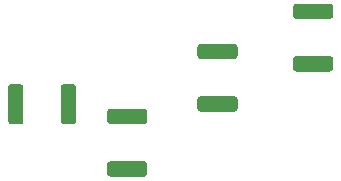
<source format=gbp>
%TF.GenerationSoftware,KiCad,Pcbnew,(5.1.12)-1*%
%TF.CreationDate,2023-05-21T12:59:29+02:00*%
%TF.ProjectId,roomcontroller,726f6f6d-636f-46e7-9472-6f6c6c65722e,rev?*%
%TF.SameCoordinates,Original*%
%TF.FileFunction,Paste,Bot*%
%TF.FilePolarity,Positive*%
%FSLAX46Y46*%
G04 Gerber Fmt 4.6, Leading zero omitted, Abs format (unit mm)*
G04 Created by KiCad (PCBNEW (5.1.12)-1) date 2023-05-21 12:59:29*
%MOMM*%
%LPD*%
G01*
G04 APERTURE LIST*
G04 APERTURE END LIST*
%TO.C,R34*%
G36*
G01*
X52849999Y-102175000D02*
X55750001Y-102175000D01*
G75*
G02*
X56000000Y-102424999I0J-249999D01*
G01*
X56000000Y-103225001D01*
G75*
G02*
X55750001Y-103475000I-249999J0D01*
G01*
X52849999Y-103475000D01*
G75*
G02*
X52600000Y-103225001I0J249999D01*
G01*
X52600000Y-102424999D01*
G75*
G02*
X52849999Y-102175000I249999J0D01*
G01*
G37*
G36*
G01*
X52849999Y-97725000D02*
X55750001Y-97725000D01*
G75*
G02*
X56000000Y-97974999I0J-249999D01*
G01*
X56000000Y-98775001D01*
G75*
G02*
X55750001Y-99025000I-249999J0D01*
G01*
X52849999Y-99025000D01*
G75*
G02*
X52600000Y-98775001I0J249999D01*
G01*
X52600000Y-97974999D01*
G75*
G02*
X52849999Y-97725000I249999J0D01*
G01*
G37*
%TD*%
%TO.C,R33*%
G36*
G01*
X71500001Y-90125000D02*
X68599999Y-90125000D01*
G75*
G02*
X68350000Y-89875001I0J249999D01*
G01*
X68350000Y-89074999D01*
G75*
G02*
X68599999Y-88825000I249999J0D01*
G01*
X71500001Y-88825000D01*
G75*
G02*
X71750000Y-89074999I0J-249999D01*
G01*
X71750000Y-89875001D01*
G75*
G02*
X71500001Y-90125000I-249999J0D01*
G01*
G37*
G36*
G01*
X71500001Y-94575000D02*
X68599999Y-94575000D01*
G75*
G02*
X68350000Y-94325001I0J249999D01*
G01*
X68350000Y-93524999D01*
G75*
G02*
X68599999Y-93275000I249999J0D01*
G01*
X71500001Y-93275000D01*
G75*
G02*
X71750000Y-93524999I0J-249999D01*
G01*
X71750000Y-94325001D01*
G75*
G02*
X71500001Y-94575000I-249999J0D01*
G01*
G37*
%TD*%
%TO.C,R32*%
G36*
G01*
X48675000Y-98800001D02*
X48675000Y-95899999D01*
G75*
G02*
X48924999Y-95650000I249999J0D01*
G01*
X49725001Y-95650000D01*
G75*
G02*
X49975000Y-95899999I0J-249999D01*
G01*
X49975000Y-98800001D01*
G75*
G02*
X49725001Y-99050000I-249999J0D01*
G01*
X48924999Y-99050000D01*
G75*
G02*
X48675000Y-98800001I0J249999D01*
G01*
G37*
G36*
G01*
X44225000Y-98800001D02*
X44225000Y-95899999D01*
G75*
G02*
X44474999Y-95650000I249999J0D01*
G01*
X45275001Y-95650000D01*
G75*
G02*
X45525000Y-95899999I0J-249999D01*
G01*
X45525000Y-98800001D01*
G75*
G02*
X45275001Y-99050000I-249999J0D01*
G01*
X44474999Y-99050000D01*
G75*
G02*
X44225000Y-98800001I0J249999D01*
G01*
G37*
%TD*%
%TO.C,R31*%
G36*
G01*
X60499999Y-96675000D02*
X63400001Y-96675000D01*
G75*
G02*
X63650000Y-96924999I0J-249999D01*
G01*
X63650000Y-97725001D01*
G75*
G02*
X63400001Y-97975000I-249999J0D01*
G01*
X60499999Y-97975000D01*
G75*
G02*
X60250000Y-97725001I0J249999D01*
G01*
X60250000Y-96924999D01*
G75*
G02*
X60499999Y-96675000I249999J0D01*
G01*
G37*
G36*
G01*
X60499999Y-92225000D02*
X63400001Y-92225000D01*
G75*
G02*
X63650000Y-92474999I0J-249999D01*
G01*
X63650000Y-93275001D01*
G75*
G02*
X63400001Y-93525000I-249999J0D01*
G01*
X60499999Y-93525000D01*
G75*
G02*
X60250000Y-93275001I0J249999D01*
G01*
X60250000Y-92474999D01*
G75*
G02*
X60499999Y-92225000I249999J0D01*
G01*
G37*
%TD*%
M02*

</source>
